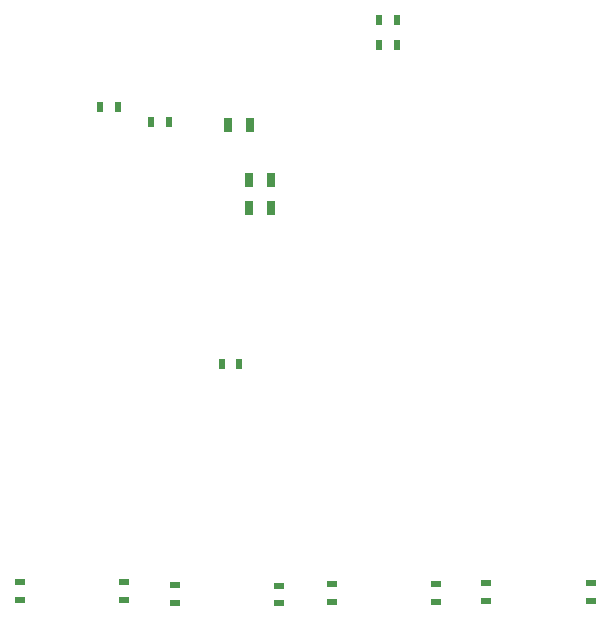
<source format=gbp>
G04*
G04 #@! TF.GenerationSoftware,Altium Limited,Altium Designer,19.1.7 (138)*
G04*
G04 Layer_Color=128*
%FSLAX25Y25*%
%MOIN*%
G70*
G01*
G75*
%ADD21R,0.01968X0.03543*%
%ADD22R,0.03543X0.01968*%
%ADD30R,0.02756X0.05118*%
D21*
X104527Y305906D02*
D03*
X98622D02*
D03*
X191535Y334646D02*
D03*
X197441D02*
D03*
X191535Y326378D02*
D03*
X197441D02*
D03*
X145079Y220079D02*
D03*
X139173D02*
D03*
X121457Y300787D02*
D03*
X115551D02*
D03*
D22*
X123446Y146277D02*
D03*
Y140371D02*
D03*
X262205Y147047D02*
D03*
Y141142D02*
D03*
X227383Y147064D02*
D03*
Y141158D02*
D03*
X210630Y146653D02*
D03*
Y140748D02*
D03*
X175808Y146670D02*
D03*
Y140765D02*
D03*
X158268Y146260D02*
D03*
Y140354D02*
D03*
X71871Y147458D02*
D03*
Y141552D02*
D03*
X106693Y147441D02*
D03*
Y141535D02*
D03*
D30*
X155575Y272252D02*
D03*
X148094D02*
D03*
X155709Y281496D02*
D03*
X148228D02*
D03*
X141204Y299811D02*
D03*
X148685D02*
D03*
M02*

</source>
